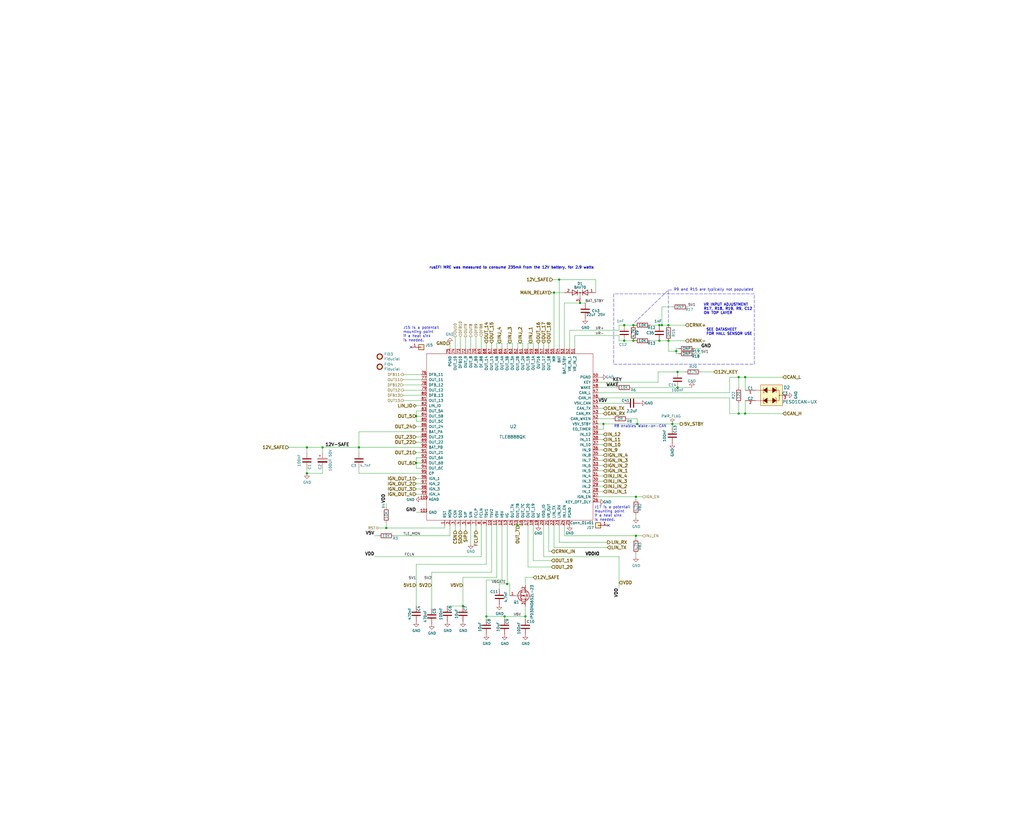
<source format=kicad_sch>
(kicad_sch (version 20250114) (generator "eeschema") (generator_version "9.0")
  (paper "User" 499.999 399.999)
  (title_block (title "microRusEFI-2L") (date "2022-04-23") (rev "R0.6.1") (company "rusEFI.com") (comment 1 "Donald Becker") (comment 2 "AI6OD"))
  (text "J15 is a potentail \nmounting point \nif a heat sink \nis needed. " (at 196.85 167.005 0) (effects (font (size 1.27 1.27)) (justify left bottom)))
  (text "rusEFI MRE was measured to consume 235mA from the 12V battery, for 2.9 watts" (at 209.55 131.445 0) (effects (font (size 1.27 1.27) (thickness 0.254) (bold yes)) (justify left bottom)))
  (text "J17 is a potentail \nmounting point \nif a heat sink \nis needed. " (at 290.195 254.635 0) (effects (font (size 1.27 1.27)) (justify left bottom)))
  (text "R8 enables Wake-on-CAN" (at 299.72 208.915 0) (effects (font (size 1.27 1.27)) (justify left bottom)))
  (text "R9 and R15 are typically not populated" (at 328.93 142.24 0) (effects (font (size 1.27 1.27)) (justify left bottom)))
  (text "VR INPUT ADJUSTMENT\nR17, R18, R19, R9, C12\nON TOP LAYER" (at 343.535 153.67 0) (effects (font (size 1.27 1.27) (thickness 0.254) (bold yes)) (justify left bottom)))
  (text "SEE DATASHEET \nFOR HALL SENSOR USE" (at 344.805 163.83 0) (effects (font (size 1.27 1.27) (thickness 0.254) (bold yes)) (justify left bottom)))
  (junction (at 326.39 158.75))
  (junction (at 321.945 166.37))
  (junction (at 363.855 184.15))
  (junction (at 326.39 166.37))
  (junction (at 256.54 300.99))
  (junction (at 309.245 158.75))
  (junction (at 203.2 203.2))
  (junction (at 360.68 184.15))
  (junction (at 157.48 218.44))
  (junction (at 294.64 207.01))
  (junction (at 247.65 285.115))
  (junction (at 330.2 171.45))
  (junction (at 188.595 257.81))
  (junction (at 283.21 147.955))
  (junction (at 304.8 166.37))
  (junction (at 226.06 295.91))
  (junction (at 330.835 181.61))
  (junction (at 246.38 300.99))
  (junction (at 203.2 226.06))
  (junction (at 149.86 218.44))
  (junction (at 311.15 207.01))
  (junction (at 360.68 201.93))
  (junction (at 304.8 158.75))
  (junction (at 273.05 136.525))
  (junction (at 175.26 218.44))
  (junction (at 310.515 261.62))
  (junction (at 310.515 242.57))
  (junction (at 237.49 300.99))
  (junction (at 330.835 189.23))
  (junction (at 270.51 142.875))
  (junction (at 321.945 158.75))
  (junction (at 309.245 166.37))
  (junction (at 149.86 231.14))
  (junction (at 323.215 158.75))
  (junction (at 252.73 256.54))
  (junction (at 328.295 207.01))
  (junction (at 363.855 201.93))
  (no_connect (at 200.66 169.545))
  (no_connect (at 297.18 256.54))
  (wire (pts (xy 205.74 185.42) (xy 196.85 185.42)))
  (wire (pts (xy 250.19 256.54) (xy 252.73 256.54)))
  (wire (pts (xy 232.41 256.54) (xy 232.41 259.08)))
  (wire (pts (xy 149.86 231.14) (xy 149.86 228.6)))
  (wire (pts (xy 224.79 256.54) (xy 224.79 259.08)))
  (wire (pts (xy 203.2 233.68) (xy 205.74 233.68)))
  (wire (pts (xy 270.51 170.18) (xy 270.51 142.875)))
  (wire (pts (xy 196.85 187.96) (xy 205.74 187.96)))
  (wire (pts (xy 267.97 167.64) (xy 267.97 170.18)))
  (wire (pts (xy 256.54 281.94) (xy 256.54 285.75)))
  (wire (pts (xy 205.74 198.12) (xy 203.2 198.12)))
  (wire (pts (xy 237.49 300.99) (xy 237.49 283.21)))
  (wire (pts (xy 203.2 236.22) (xy 205.74 236.22)))
  (wire (pts (xy 273.05 264.795) (xy 273.05 256.54)))
  (wire (pts (xy 237.49 283.21) (xy 245.11 283.21)))
  (wire (pts (xy 203.2 203.2) (xy 205.74 203.2)))
  (wire (pts (xy 217.17 256.54) (xy 217.17 257.81)))
  (wire (pts (xy 188.595 245.745) (xy 188.595 247.65)))
  (wire (pts (xy 363.855 201.93) (xy 363.855 195.58)))
  (wire (pts (xy 300.99 189.23) (xy 292.1 189.23)))
  (wire (pts (xy 203.2 275.59) (xy 203.2 295.91)))
  (wire (pts (xy 292.1 207.01) (xy 294.64 207.01)))
  (wire (pts (xy 360.68 201.93) (xy 363.855 201.93)))
  (wire (pts (xy 330.2 171.45) (xy 330.2 172.72)))
  (wire (pts (xy 270.51 142.875) (xy 269.24 142.875)))
  (wire (pts (xy 260.35 170.18) (xy 260.35 167.64)))
  (wire (pts (xy 205.74 250.19) (xy 203.2 250.19)))
  (wire (pts (xy 321.31 181.61) (xy 330.835 181.61)))
  (wire (pts (xy 205.74 228.6) (xy 203.2 228.6)))
  (wire (pts (xy 240.03 279.4) (xy 210.82 279.4)))
  (wire (pts (xy 203.2 223.52) (xy 205.74 223.52)))
  (wire (pts (xy 205.74 182.88) (xy 196.85 182.88)))
  (wire (pts (xy 245.11 170.18) (xy 245.11 167.64)))
  (wire (pts (xy 188.595 257.81) (xy 184.785 257.81)))
  (wire (pts (xy 311.15 204.47) (xy 311.15 207.01)))
  (wire (pts (xy 205.74 208.28) (xy 203.2 208.28)))
  (wire (pts (xy 205.74 193.04) (xy 196.85 193.04)))
  (wire (pts (xy 308.61 189.23) (xy 330.835 189.23)))
  (wire (pts (xy 292.1 194.31) (xy 356.235 194.31)))
  (wire (pts (xy 203.2 238.76) (xy 205.74 238.76)))
  (wire (pts (xy 240.03 256.54) (xy 240.03 279.4)))
  (wire (pts (xy 227.33 256.54) (xy 227.33 259.08)))
  (wire (pts (xy 256.54 300.99) (xy 256.54 302.26)))
  (wire (pts (xy 265.43 167.64) (xy 265.43 170.18)))
  (polyline (pts (xy 309.88 157.48) (xy 326.39 141.605)) (stroke (width 0) (type dash)))
  (wire (pts (xy 321.945 166.37) (xy 326.39 166.37)))
  (wire (pts (xy 245.11 167.64) (xy 242.57 167.64)))
  (wire (pts (xy 184.785 261.62) (xy 182.88 261.62)))
  (wire (pts (xy 257.81 256.54) (xy 257.81 276.86)))
  (wire (pts (xy 247.65 285.115) (xy 248.92 285.115)))
  (wire (pts (xy 175.26 231.14) (xy 175.26 228.6)))
  (wire (pts (xy 234.95 164.465) (xy 234.95 170.18)))
  (wire (pts (xy 309.245 158.75) (xy 309.88 158.75)))
  (wire (pts (xy 203.2 228.6) (xy 203.2 226.06)))
  (wire (pts (xy 237.49 167.64) (xy 237.49 170.18)))
  (wire (pts (xy 196.85 190.5) (xy 205.74 190.5)))
  (wire (pts (xy 237.49 256.54) (xy 237.49 275.59)))
  (wire (pts (xy 140.97 218.44) (xy 149.86 218.44)))
  (wire (pts (xy 240.03 167.64) (xy 240.03 170.18)))
  (wire (pts (xy 203.2 215.9) (xy 205.74 215.9)))
  (wire (pts (xy 292.1 242.57) (xy 310.515 242.57)))
  (wire (pts (xy 292.1 229.87) (xy 294.64 229.87)))
  (wire (pts (xy 330.2 170.18) (xy 331.47 170.18)))
  (wire (pts (xy 304.8 158.75) (xy 309.245 158.75)))
  (wire (pts (xy 247.65 256.54) (xy 247.65 285.115)))
  (wire (pts (xy 257.81 276.86) (xy 269.24 276.86)))
  (wire (pts (xy 302.26 163.83) (xy 302.26 166.37)))
  (wire (pts (xy 267.97 256.54) (xy 267.97 269.24)))
  (wire (pts (xy 317.5 158.75) (xy 321.945 158.75)))
  (wire (pts (xy 250.19 170.18) (xy 250.19 167.64)))
  (wire (pts (xy 292.1 219.71) (xy 294.64 219.71)))
  (wire (pts (xy 242.57 167.64) (xy 242.57 170.18)))
  (wire (pts (xy 292.1 214.63) (xy 294.64 214.63)))
  (wire (pts (xy 328.295 207.01) (xy 332.105 207.01)))
  (wire (pts (xy 257.81 167.64) (xy 257.81 170.18)))
  (wire (pts (xy 256.54 281.94) (xy 260.35 281.94)))
  (wire (pts (xy 260.35 256.54) (xy 260.35 273.685)))
  (wire (pts (xy 226.06 281.94) (xy 242.57 281.94)))
  (wire (pts (xy 342.265 170.18) (xy 339.09 170.18)))
  (wire (pts (xy 262.89 167.64) (xy 262.89 170.18)))
  (wire (pts (xy 205.74 226.06) (xy 203.2 226.06)))
  (wire (pts (xy 246.38 302.26) (xy 246.38 300.99)))
  (wire (pts (xy 242.57 256.54) (xy 242.57 281.94)))
  (wire (pts (xy 218.44 295.91) (xy 226.06 295.91)))
  (polyline (pts (xy 326.39 157.48) (xy 326.39 141.605)) (stroke (width 0) (type dash)))
  (wire (pts (xy 219.71 170.18) (xy 219.71 167.64)))
  (wire (pts (xy 326.39 166.37) (xy 326.39 171.45)))
  (wire (pts (xy 292.1 201.93) (xy 294.64 201.93)))
  (wire (pts (xy 323.215 149.86) (xy 323.215 158.75)))
  (wire (pts (xy 283.21 147.955) (xy 285.75 147.955)))
  (wire (pts (xy 292.1 237.49) (xy 294.64 237.49)))
  (wire (pts (xy 363.855 184.15) (xy 363.855 190.5)))
  (wire (pts (xy 278.13 161.29) (xy 302.26 161.29)))
  (wire (pts (xy 310.515 262.89) (xy 310.515 261.62)))
  (wire (pts (xy 278.13 161.29) (xy 278.13 170.18)))
  (wire (pts (xy 219.71 256.54) (xy 219.71 261.62)))
  (wire (pts (xy 317.5 166.37) (xy 321.945 166.37)))
  (wire (pts (xy 309.245 166.37) (xy 309.88 166.37)))
  (wire (pts (xy 290.83 136.525) (xy 273.05 136.525)))
  (wire (pts (xy 175.26 218.44) (xy 175.26 210.82)))
  (wire (pts (xy 237.49 300.99) (xy 237.49 302.26)))
  (wire (pts (xy 246.38 300.99) (xy 256.54 300.99)))
  (wire (pts (xy 229.87 164.465) (xy 229.87 170.18)))
  (wire (pts (xy 175.26 231.14) (xy 205.74 231.14)))
  (wire (pts (xy 205.74 205.74) (xy 203.2 205.74)))
  (wire (pts (xy 328.295 208.915) (xy 328.295 207.01)))
  (wire (pts (xy 234.95 256.54) (xy 234.95 271.78)))
  (wire (pts (xy 326.39 158.75) (xy 334.645 158.75)))
  (wire (pts (xy 356.235 194.31) (xy 356.235 201.93)))
  (wire (pts (xy 356.235 184.15) (xy 356.235 191.77)))
  (wire (pts (xy 360.68 196.85) (xy 360.68 201.93)))
  (wire (pts (xy 330.2 171.45) (xy 326.39 171.45)))
  (wire (pts (xy 310.515 242.57) (xy 313.69 242.57)))
  (wire (pts (xy 222.25 256.54) (xy 222.25 259.08)))
  (wire (pts (xy 292.1 199.39) (xy 294.64 199.39)))
  (wire (pts (xy 292.1 240.03) (xy 294.64 240.03)))
  (wire (pts (xy 323.215 149.86) (xy 328.295 149.86)))
  (wire (pts (xy 226.06 295.91) (xy 226.06 281.94)))
  (wire (pts (xy 292.1 186.69) (xy 321.31 186.69)))
  (wire (pts (xy 175.26 218.44) (xy 175.26 220.98)))
  (wire (pts (xy 245.11 256.54) (xy 245.11 283.21)))
  (polyline (pts (xy 368.3 143.51) (xy 299.72 143.51)) (stroke (width 0) (type dash)))
  (wire (pts (xy 149.86 218.44) (xy 157.48 218.44)))
  (wire (pts (xy 192.405 261.62) (xy 219.71 261.62)))
  (wire (pts (xy 203.2 205.74) (xy 203.2 203.2)))
  (wire (pts (xy 292.1 209.55) (xy 294.64 209.55)))
  (wire (pts (xy 203.2 241.3) (xy 205.74 241.3)))
  (wire (pts (xy 275.59 147.955) (xy 275.59 170.18)))
  (wire (pts (xy 360.68 189.23) (xy 360.68 184.15)))
  (wire (pts (xy 255.27 167.64) (xy 252.73 167.64)))
  (wire (pts (xy 321.945 158.75) (xy 323.215 158.75)))
  (wire (pts (xy 310.515 261.62) (xy 313.69 261.62)))
  (wire (pts (xy 292.1 222.25) (xy 294.64 222.25)))
  (wire (pts (xy 275.59 256.54) (xy 275.59 261.62)))
  (wire (pts (xy 292.1 184.15) (xy 293.37 184.15)))
  (wire (pts (xy 360.68 184.15) (xy 363.855 184.15)))
  (wire (pts (xy 252.73 256.54) (xy 255.27 256.54)))
  (wire (pts (xy 384.175 193.04) (xy 384.556 193.04)))
  (wire (pts (xy 232.41 164.465) (xy 232.41 170.18)))
  (wire (pts (xy 356.235 201.93) (xy 360.68 201.93)))
  (wire (pts (xy 292.1 217.17) (xy 294.64 217.17)))
  (wire (pts (xy 302.26 158.75) (xy 304.8 158.75)))
  (wire (pts (xy 321.31 186.69) (xy 321.31 181.61)))
  (wire (pts (xy 157.48 231.14) (xy 149.86 231.14)))
  (wire (pts (xy 292.1 234.95) (xy 294.64 234.95)))
  (wire (pts (xy 224.79 164.465) (xy 224.79 170.18)))
  (wire (pts (xy 311.15 207.01) (xy 328.295 207.01)))
  (wire (pts (xy 275.59 147.955) (xy 283.21 147.955)))
  (wire (pts (xy 205.74 218.44) (xy 175.26 218.44)))
  (wire (pts (xy 196.85 195.58) (xy 205.74 195.58)))
  (wire (pts (xy 248.92 285.115) (xy 248.92 290.83)))
  (wire (pts (xy 292.1 224.79) (xy 294.64 224.79)))
  (wire (pts (xy 302.26 166.37) (xy 304.8 166.37)))
  (wire (pts (xy 175.26 210.82) (xy 205.74 210.82)))
  (wire (pts (xy 330.835 189.23) (xy 337.82 189.23)))
  (wire (pts (xy 292.1 212.09) (xy 294.64 212.09)))
  (wire (pts (xy 292.1 204.47) (xy 299.085 204.47)))
  (wire (pts (xy 203.2 226.06) (xy 203.2 223.52)))
  (polyline (pts (xy 299.72 143.51) (xy 299.72 177.8)) (stroke (width 0) (type dash)))
  (wire (pts (xy 203.2 220.98) (xy 205.74 220.98)))
  (wire (pts (xy 292.1 196.85) (xy 304.8 196.85)))
  (wire (pts (xy 310.515 252.73) (xy 310.515 251.46)))
  (wire (pts (xy 330.835 181.61) (xy 334.645 181.61)))
  (wire (pts (xy 157.48 220.98) (xy 157.48 218.44)))
  (wire (pts (xy 265.43 256.54) (xy 265.43 271.78)))
  (wire (pts (xy 310.515 243.84) (xy 310.515 242.57)))
  (wire (pts (xy 280.67 163.83) (xy 280.67 170.18)))
  (wire (pts (xy 270.51 256.54) (xy 270.51 267.335)))
  (wire (pts (xy 273.05 136.525) (xy 273.05 170.18)))
  (wire (pts (xy 292.1 227.33) (xy 294.64 227.33)))
  (wire (pts (xy 270.51 142.875) (xy 275.59 142.875)))
  (wire (pts (xy 149.86 220.98) (xy 149.86 218.44)))
  (wire (pts (xy 217.17 257.81) (xy 188.595 257.81)))
  (wire (pts (xy 330.2 172.72) (xy 331.47 172.72)))
  (wire (pts (xy 323.215 158.75) (xy 326.39 158.75)))
  (wire (pts (xy 260.35 167.64) (xy 257.81 167.64)))
  (wire (pts (xy 326.39 166.37) (xy 334.645 166.37)))
  (wire (pts (xy 363.855 201.93) (xy 382.27 201.93)))
  (wire (pts (xy 250.19 167.64) (xy 247.65 167.64)))
  (polyline (pts (xy 299.72 177.8) (xy 368.3 177.8)) (stroke (width 0) (type dash)))
  (wire (pts (xy 292.1 232.41) (xy 294.64 232.41)))
  (wire (pts (xy 290.83 142.875) (xy 290.83 136.525)))
  (wire (pts (xy 294.64 209.55) (xy 294.64 207.01)))
  (wire (pts (xy 294.64 207.01) (xy 311.15 207.01)))
  (wire (pts (xy 203.2 200.66) (xy 203.2 203.2)))
  (wire (pts (xy 273.05 264.795) (xy 296.545 264.795)))
  (wire (pts (xy 157.48 228.6) (xy 157.48 231.14)))
  (wire (pts (xy 270.51 267.335) (xy 296.545 267.335)))
  (wire (pts (xy 265.43 271.78) (xy 302.26 271.78)))
  (wire (pts (xy 302.26 271.78) (xy 302.26 287.02)))
  (wire (pts (xy 205.74 200.66) (xy 203.2 200.66)))
  (wire (pts (xy 342.265 172.72) (xy 339.09 172.72)))
  (wire (pts (xy 363.855 184.15) (xy 382.27 184.15)))
  (polyline (pts (xy 326.39 141.605) (xy 328.295 141.605)) (stroke (width 0) (type dash)))
  (wire (pts (xy 302.26 161.29) (xy 302.26 158.75)))
  (wire (pts (xy 210.82 297.18) (xy 210.82 279.4)))
  (wire (pts (xy 306.705 204.47) (xy 311.15 204.47)))
  (wire (pts (xy 182.88 271.78) (xy 234.95 271.78)))
  (wire (pts (xy 227.33 164.465) (xy 227.33 170.18)))
  (wire (pts (xy 175.26 218.44) (xy 157.48 218.44)))
  (wire (pts (xy 342.265 181.61) (xy 348.615 181.61)))
  (wire (pts (xy 203.2 213.36) (xy 205.74 213.36)))
  (wire (pts (xy 203.2 275.59) (xy 237.49 275.59)))
  (wire (pts (xy 273.05 136.525) (xy 269.875 136.525)))
  (polyline (pts (xy 368.3 177.8) (xy 368.3 143.51)) (stroke (width 0) (type dash)))
  (wire (pts (xy 255.27 170.18) (xy 255.27 167.64)))
  (wire (pts (xy 310.515 271.78) (xy 310.515 270.51)))
  (wire (pts (xy 243.84 285.115) (xy 247.65 285.115)))
  (wire (pts (xy 229.87 256.54) (xy 229.87 265.43)))
  (wire (pts (xy 222.25 164.465) (xy 222.25 170.18)))
  (wire (pts (xy 247.65 167.64) (xy 247.65 170.18)))
  (wire (pts (xy 237.49 300.99) (xy 246.38 300.99)))
  (wire (pts (xy 267.97 269.24) (xy 269.24 269.24)))
  (wire (pts (xy 330.2 170.18) (xy 330.2 171.45)))
  (wire (pts (xy 304.8 166.37) (xy 309.245 166.37)))
  (wire (pts (xy 256.54 295.91) (xy 256.54 300.99)))
  (wire (pts (xy 275.59 261.62) (xy 310.515 261.62)))
  (wire (pts (xy 243.84 287.655) (xy 243.84 285.115)))
  (wire (pts (xy 252.73 167.64) (xy 252.73 170.18)))
  (wire (pts (xy 356.235 184.15) (xy 360.68 184.15)))
  (wire (pts (xy 292.1 191.77) (xy 356.235 191.77)))
  (wire (pts (xy 280.67 163.83) (xy 302.26 163.83)))
  (wire (pts (xy 260.35 273.685) (xy 269.24 273.685)))
  (wire (pts (xy 188.595 255.27) (xy 188.595 257.81)))
  (label "5V1" (at 335.915 149.86 0))
  (label "V6GATE" (at 247.015 285.115 180))
  (label "FCLN" (at 197.485 271.78 0))
  (label "V5V" (at 182.88 261.62 180) (effects (font (size 1.524 1.524) (thickness 0.3048) (bold yes))))
  (label "5V1" (at 203.2 283.21 180))
  (label "GND" (at 203.2 250.19 180) (effects (font (size 1.524 1.524) (thickness 0.3048) (bold yes))))
  (label "V5V" (at 292.1 196.85 0) (effects (font (size 1.524 1.524) (thickness 0.3048) (bold yes))))
  (label "VDD" (at 302.26 287.02 270) (effects (font (size 1.524 1.524) (thickness 0.3048) (bold yes))))
  (label "VDDIO" (at 285.75 271.78 0) (effects (font (size 1.524 1.524) (thickness 0.3048) (bold yes))))
  (label "TLE_MON" (at 196.85 261.62 0))
  (label "VDDIO" (at 285.75 271.78 0) (effects (font (size 1.524 1.524) (thickness 0.3048) (bold yes))))
  (label "VDD" (at 188.595 245.745 90) (effects (font (size 1.524 1.524) (thickness 0.3048) (bold yes))))
  (label "5V2" (at 210.82 283.21 180))
  (label "VR-" (at 290.83 163.83 0))
  (label "5V1" (at 342.265 172.72 0))
  (label "V6V" (at 250.825 300.99 0))
  (label "KEY" (at 299.085 186.69 0) (effects (font (size 1.524 1.524) (thickness 0.3048) (bold yes))))
  (label "WAKE" (at 295.91 189.23 0) (effects (font (size 1.524 1.524) (thickness 0.3048) (bold yes))))
  (label "12V-SAFE" (at 158.75 218.44 0) (effects (font (size 1.524 1.524) (thickness 0.3048) (bold yes))))
  (label "VDD" (at 182.88 271.78 180) (effects (font (size 1.524 1.524) (thickness 0.3048) (bold yes))))
  (label "GND" (at 342.265 170.18 0) (effects (font (size 1.524 1.524) (thickness 0.3048) (bold yes))))
  (label "VR+" (at 290.83 161.29 0))
  (label "BAT_STBY" (at 285.75 147.955 0))
  (hierarchical_label "5V2" (shape input) (at 210.82 285.75 180) (effects (font (size 1.524 1.524) (thickness 0.3048) (bold yes))))
  (hierarchical_label "DFB13" (shape input) (at 196.85 193.04 180))
  (hierarchical_label "IGN_IN_2" (shape input) (at 294.64 227.33 0) (effects (font (size 1.524 1.524) (thickness 0.3048) (bold yes))))
  (hierarchical_label "5V1" (shape input) (at 203.2 285.75 180) (effects (font (size 1.524 1.524) (thickness 0.3048) (bold yes))))
  (hierarchical_label "IGN_OUT_3" (shape input) (at 203.2 238.76 180) (effects (font (size 1.524 1.524) (thickness 0.3048) (bold yes))))
  (hierarchical_label "OUT8" (shape output) (at 229.87 164.465 90))
  (hierarchical_label "OUT_5" (shape input) (at 203.2 203.2 180) (effects (font (size 1.524 1.524) (thickness 0.3048) (bold yes))))
  (hierarchical_label "SIP" (shape input) (at 227.33 259.08 270) (effects (font (size 1.524 1.524) (thickness 0.3048) (bold yes))))
  (hierarchical_label "INJ_EN" (shape input) (at 313.69 261.62 0))
  (hierarchical_label "5V_STBY" (shape output) (at 332.105 207.01 0) (effects (font (size 1.524 1.524) (thickness 0.3048) (bold yes))))
  (hierarchical_label "GND" (shape input) (at 219.71 167.64 180) (effects (font (size 1.524 1.524) (thickness 0.3048) (bold yes))))
  (hierarchical_label "OUT_14" (shape input) (at 237.49 167.64 90) (effects (font (size 1.524 1.524) (thickness 0.3048) (bold yes))))
  (hierarchical_label "IGN_OUT_2" (shape input) (at 203.2 236.22 180) (effects (font (size 1.524 1.524) (thickness 0.3048) (bold yes))))
  (hierarchical_label "OUT9" (shape output) (at 227.33 164.465 90))
  (hierarchical_label "IGN_EN" (shape input) (at 313.69 242.57 0))
  (hierarchical_label "OUT_17" (shape input) (at 265.43 167.64 90) (effects (font (size 1.524 1.524) (thickness 0.3048) (bold yes))))
  (hierarchical_label "IGN_IN_1" (shape input) (at 294.64 229.87 0) (effects (font (size 1.524 1.524) (thickness 0.3048) (bold yes))))
  (hierarchical_label "IGN_IN_4" (shape input) (at 294.64 222.25 0) (effects (font (size 1.524 1.524) (thickness 0.3048) (bold yes))))
  (hierarchical_label "OUT_19" (shape input) (at 269.24 273.685 0) (effects (font (size 1.524 1.524) (thickness 0.3048) (bold yes))))
  (hierarchical_label "CRNK+" (shape input) (at 334.645 158.75 0) (effects (font (size 1.524 1.524) (thickness 0.3048) (bold yes))))
  (hierarchical_label "CAN_L" (shape input) (at 382.27 184.15 0) (effects (font (size 1.524 1.524) (thickness 0.3048) (bold yes))))
  (hierarchical_label "INJ_2" (shape input) (at 254 167.64 90) (effects (font (size 1.524 1.524) (thickness 0.3048) (bold yes))))
  (hierarchical_label "OUT_6" (shape input) (at 203.2 226.06 180) (effects (font (size 1.524 1.524) (thickness 0.3048) (bold yes))))
  (hierarchical_label "CAN_RX" (shape input) (at 294.64 201.93 0) (effects (font (size 1.524 1.524) (thickness 0.3048) (bold yes))))
  (hierarchical_label "OUT_23" (shape input) (at 203.2 213.36 180) (effects (font (size 1.524 1.524) (thickness 0.3048) (bold yes))))
  (hierarchical_label "INJ_1" (shape input) (at 259.08 167.64 90) (effects (font (size 1.524 1.524) (thickness 0.3048) (bold yes))))
  (hierarchical_label "OUT_20" (shape input) (at 269.24 276.86 0) (effects (font (size 1.524 1.524) (thickness 0.3048) (bold yes))))
  (hierarchical_label "INJ_IN_1" (shape input) (at 294.64 240.03 0) (effects (font (size 1.524 1.524) (thickness 0.3048) (bold yes))))
  (hierarchical_label "IN_11" (shape input) (at 294.64 214.63 0) (effects (font (size 1.524 1.524) (thickness 0.3048) (bold yes))))
  (hierarchical_label "CRNK-" (shape input) (at 334.645 166.37 0) (effects (font (size 1.524 1.524) (thickness 0.3048) (bold yes))))
  (hierarchical_label "OUT_15" (shape input) (at 240.03 167.64 90) (effects (font (size 1.524 1.524) (thickness 0.3048) (bold yes))))
  (hierarchical_label "DFB11" (shape output) (at 196.85 182.88 180))
  (hierarchical_label "OU10" (shape output) (at 222.25 164.465 90))
  (hierarchical_label "LIN_IO" (shape bidirectional) (at 203.2 198.12 180) (effects (font (size 1.524 1.524) (thickness 0.3048) (bold yes))))
  (hierarchical_label "12V_SAFE" (shape input) (at 269.875 136.525 180) (effects (font (size 1.524 1.524) (thickness 0.3048) (bold yes))))
  (hierarchical_label "LIN_RX" (shape output) (at 296.545 264.795 0) (effects (font (size 1.524 1.524) (thickness 0.3048) (bold yes))))
  (hierarchical_label "INJ_4" (shape input) (at 243.84 167.64 90) (effects (font (size 1.524 1.524) (thickness 0.3048) (bold yes))))
  (hierarchical_label "IGN_IN_3" (shape input) (at 294.64 224.79 0) (effects (font (size 1.524 1.524) (thickness 0.3048) (bold yes))))
  (hierarchical_label "DFB12" (shape input) (at 196.85 187.96 180))
  (hierarchical_label "OUT_16" (shape input) (at 262.89 167.64 90) (effects (font (size 1.524 1.524) (thickness 0.3048) (bold yes))))
  (hierarchical_label "DFB8" (shape input) (at 234.95 164.465 90))
  (hierarchical_label "FCLP" (shape input) (at 232.41 259.08 270) (effects (font (size 1.524 1.524) (thickness 0.3048) (bold yes))))
  (hierarchical_label "IN_12" (shape input) (at 294.64 212.09 0) (effects (font (size 1.524 1.524) (thickness 0.3048) (bold yes))))
  (hierarchical_label "VDD" (shape input) (at 302.26 284.48 0) (effects (font (size 1.524 1.524) (thickness 0.3048) (bold yes))))
  (hierarchical_label "INJ_IN_3" (shape input) (at 294.64 234.95 0) (effects (font (size 1.524 1.524) (thickness 0.3048) (bold yes))))
  (hierarchical_label "OUT11" (shape input) (at 196.85 185.42 180))
  (hierarchical_label "OUT_24" (shape input) (at 203.2 208.28 180) (effects (font (size 1.524 1.524) (thickness 0.3048) (bold yes))))
  (hierarchical_label "INJ_3" (shape input) (at 248.92 167.64 90) (effects (font (size 1.524 1.524) (thickness 0.3048) (bold yes))))
  (hierarchical_label "MAIN_RELAY" (shape input) (at 269.24 142.875 180) (effects (font (size 1.524 1.524) (thickness 0.3048) (bold yes))))
  (hierarchical_label "IGN_OUT_4" (shape input) (at 203.2 241.3 180) (effects (font (size 1.524 1.524) (thickness 0.3048) (bold yes))))
  (hierarchical_label "OUT_18" (shape input) (at 267.97 167.64 90) (effects (font (size 1.524 1.524) (thickness 0.3048) (bold yes))))
  (hierarchical_label "OUT_7" (shape input) (at 252.73 256.54 270) (effects (font (size 1.524 1.524) (thickness 0.3048) (bold yes))))
  (hierarchical_label "CAN_H" (shape input) (at 382.27 201.93 0) (effects (font (size 1.524 1.524) (thickness 0.3048) (bold yes))))
  (hierarchical_label "SDO" (shape input) (at 224.79 259.08 270) (effects (font (size 1.524 1.524) (thickness 0.3048) (bold yes))))
  (hierarchical_label "OUT_21" (shape input) (at 203.2 220.98 180) (effects (font (size 1.524 1.524) (thickness 0.3048) (bold yes))))
  (hierarchical_label "INJ_IN_4" (shape input) (at 294.64 232.41 0) (effects (font (size 1.524 1.524) (thickness 0.3048) (bold yes))))
  (hierarchical_label "LIN_TX" (shape input) (at 296.545 267.335 0) (effects (font (size 1.524 1.524) (thickness 0.3048) (bold yes))))
  (hierarchical_label "RST" (shape bidirectional) (at 184.785 257.81 180))
  (hierarchical_label "IN_10" (shape input) (at 294.64 217.17 0) (effects (font (size 1.524 1.524) (thickness 0.3048) (bold yes))))
  (hierarchical_label "OUT_22" (shape input) (at 203.2 215.9 180) (effects (font (size 1.524 1.524) (thickness 0.3048) (bold yes))))
  (hierarchical_label "CSN" (shape input) (at 222.25 259.08 270) (effects (font (size 1.524 1.524) (thickness 0.3048) (bold yes))))
  (hierarchical_label "OUT13" (shape output) (at 196.85 195.58 180))
  (hierarchical_label "12V_SAFE" (shape input) (at 140.97 218.44 180) (effects (font (size 1.524 1.524) (thickness 0.3048) (bold yes))))
  (hierarchical_label "CAN_TX" (shape input) (at 294.64 199.39 0) (effects (font (size 1.524 1.524) (thickness 0.3048) (bold yes))))
  (hierarchical_label "DFB10" (shape input) (at 224.79 164.465 90))
  (hierarchical_label "CRNK_IN" (shape input) (at 269.24 269.24 0) (effects (font (size 1.524 1.524) (thickness 0.3048) (bold yes))))
  (hierarchical_label "12V_SAFE" (shape input) (at 260.35 281.94 0) (effects (font (size 1.524 1.524) (thickness 0.3048) (bold yes))))
  (hierarchical_label "IGN_OUT_1" (shape input) (at 203.2 233.68 180) (effects (font (size 1.524 1.524) (thickness 0.3048) (bold yes))))
  (hierarchical_label "V5V" (shape input) (at 226.06 285.75 180) (effects (font (size 1.524 1.524) (thickness 0.3048) (bold yes))))
  (hierarchical_label "INJ_IN_2" (shape input) (at 294.64 237.49 0) (effects (font (size 1.524 1.524) (thickness 0.3048) (bold yes))))
  (hierarchical_label "DFB9" (shape input) (at 232.41 164.465 90))
  (hierarchical_label "12V_KEY" (shape input) (at 348.615 181.61 0) (effects (font (size 1.524 1.524) (thickness 0.3048) (bold yes))))
  (hierarchical_label "IN_9" (shape input) (at 294.64 219.71 0) (effects (font (size 1.524 1.524) (thickness 0.3048) (bold yes))))
  (hierarchical_label "OUT12" (shape output) (at 196.85 190.5 180))
  (symbol (lib_id "rusefi_tle8888:TLE8888QK") (at 257.81 176.53 0) (unit 1)
    (property "Reference" "U2" (at 248.92 208.28 0) (effects (font (size 1.524 1.524)) (justify left)))
    (property "Value" "TLE8888QK" (at 243.84 213.36 0) (effects (font (size 1.524 1.524)) (justify left)))
    (property "Footprint" "Package_QFP:LQFP-100_14x14mm_P0.5mm_THERMAL" (effects (hide yes)))
    (property "VEND" "DIGI" (effects (hide yes)))
    (property "Part #" "TLE88882QKXUMA1" (effects (hide yes)))
    (property "VEND#" "TLE88882QKXUMA1-ND" (effects (hide yes)))
    (property "Manufacturer" "Infineon " (effects (hide yes)))
  )
  (symbol (lib_id "Device:C") (at 175.26 224.79 0) (unit 1)
    (property "Reference" "C3" (at 172.72 227.33 0))
    (property "Value" "4.7nF" (at 178.435 227.33 0))
    (property "Footprint" "Capacitor_SMD:C_0603_1608Metric" (effects (hide yes)))
    (property "VEND" "DIGI" (effects (hide yes)))
    (property "Part #" "CGA3E2X7R1H472K080AA" (effects (hide yes)))
    (property "VEND#" "445-5661-1-ND" (effects (hide yes)))
    (property "Manufacturer" "TDK" (effects (hide yes)))
    (property "LCSC" "C53987" (effects (hide yes)))
  )
  (symbol (lib_id "Transistor_FET:BUZ11") (at 254 290.83 0) (unit 1)
    (property "Reference" "Q1" (at 252.095 294.005 0))
    (property "Value" "IPD30N06S2L-23" (at 259.715 294.005 90))
    (property "Footprint" "Package_TO_SOT_SMD:TO-252-2" (effects (hide yes)))
    (property "Datasheet" "http://www.fairchildsemi.com/ds/BU/BUZ11.pdf" (effects (hide yes)))
    (property "VEND" "DIGI" (effects (hide yes)))
    (property "Manufacturer" "INFINEON" (effects (hide yes)))
    (property "Part #" "IPD30N06S2L23AT3" (effects (hide yes)))
    (property "VEND#" "IPD30N06S2L23ATMA3CT-ND" (effects (hide yes)))
    (property "LCSC" "C3010" (effects (hide yes)))
  )
  (symbol (lib_id "Device:C") (at 256.54 306.07 0) (unit 1)
    (property "Reference" "C10" (at 259.08 303.53 0))
    (property "Value" "100nF" (at 253.365 306.705 90))
    (property "Footprint" "Capacitor_SMD:C_0603_1608Metric" (effects (hide yes)))
    (property "Part #" "C0603C104J5RACTU" (effects (hide yes)))
    (property "VEND" "DIGI" (effects (hide yes)))
    (property "VEND#" "399-7844-1-ND" (effects (hide yes)))
    (property "Manufacturer" "KEMET" (effects (hide yes)))
    (property "LCSC" "C14663" (effects (hide yes)))
  )
  (symbol (lib_id "power:GND") (at 243.84 295.275 0) (unit 1)
    (property "Reference" "#PWR015" (effects (hide yes)))
    (property "Value" "GND" (at 243.967 299.6692 0))
  )
  (symbol (lib_id "Device:CP") (at 157.48 224.79 0) (unit 1)
    (property "Reference" "C2" (at 156.21 227.965 90))
    (property "Value" "100UF 50V" (at 161.29 224.79 90))
    (property "Footprint" "Capacitor_SMD:CP_Elec_8x10.5" (effects (hide yes)))
    (property "Manufacturer" "NICHICON" (effects (hide yes)))
    (property "Part #" "UCD1H101MNL1GS" (effects (hide yes)))
    (property "VEND" "DIGI" (effects (hide yes)))
    (property "VEND#" "493-6388-1-ND" (effects (hide yes)))
    (property "LCSC" "C134515" (effects (hide yes)))
  )
  (symbol (lib_id "Device:C") (at 149.86 224.79 0) (unit 1)
    (property "Reference" "C1" (at 151.13 227.965 90))
    (property "Value" "100nF" (at 146.05 224.79 90))
    (property "Footprint" "Capacitor_SMD:C_0603_1608Metric" (effects (hide yes)))
    (property "Part #" "C0603C104J5RACTU" (effects (hide yes)))
    (property "VEND" "DIGI" (effects (hide yes)))
    (property "VEND#" "399-7844-1-ND" (effects (hide yes)))
    (property "Manufacturer" "KEMET" (effects (hide yes)))
    (property "LCSC" "C14663" (effects (hide yes)))
  )
  (symbol (lib_id "power:GND") (at 149.86 231.14 0) (unit 1)
    (property "Reference" "#PWR01" (effects (hide yes)))
    (property "Value" "GND" (at 149.987 235.5342 0))
  )
  (symbol (lib_id "Device:C") (at 243.84 291.465 0) (unit 1)
    (property "Reference" "C11" (at 241.3 288.925 0))
    (property "Value" "4.7nF" (at 247.015 291.465 90))
    (property "Footprint" "Capacitor_SMD:C_0603_1608Metric" (effects (hide yes)))
    (property "VEND" "DIGI" (effects (hide yes)))
    (property "Part #" "CGA3E2X7R1H472K080AA" (effects (hide yes)))
    (property "VEND#" "445-5661-1-ND" (effects (hide yes)))
    (property "Manufacturer" "TDK" (effects (hide yes)))
    (property "LCSC" "C53987" (effects (hide yes)))
  )
  (symbol (lib_id "Device:C") (at 203.2 299.72 0) (unit 1)
    (property "Reference" "C4" (at 204.47 298.45 90) (effects (justify left)))
    (property "Value" "470nF" (at 200.025 299.72 90))
    (property "Footprint" "Capacitor_SMD:C_0603_1608Metric" (effects (hide yes)))
    (property "Part #" "CGA3E3X7R1H474K080AE" (effects (hide yes)))
    (property "VEND" "DIGI" (effects (hide yes)))
    (property "VEND#" "445-172475-1-ND" (effects (hide yes)))
    (property "Manufacturer" "TDK" (effects (hide yes)))
    (property "LCSC" "C1623" (effects (hide yes)))
  )
  (symbol (lib_id "Device:C") (at 218.44 299.72 0) (unit 1)
    (property "Reference" "C6" (at 219.71 298.45 90) (effects (justify left)))
    (property "Value" "100nF" (at 215.265 299.72 90))
    (property "Footprint" "Capacitor_SMD:C_0603_1608Metric" (effects (hide yes)))
    (property "Part #" "C0603C104J5RACTU" (effects (hide yes)))
    (property "VEND" "DIGI" (effects (hide yes)))
    (property "VEND#" "399-7844-1-ND" (effects (hide yes)))
    (property "Manufacturer" "KEMET" (effects (hide yes)))
    (property "LCSC" "C14663" (effects (hide yes)))
  )
  (symbol (lib_id "Device:C") (at 210.82 300.99 0) (unit 1)
    (property "Reference" "C5" (at 212.09 299.72 90) (effects (justify left)))
    (property "Value" "470nF" (at 207.645 300.99 90))
    (property "Footprint" "Capacitor_SMD:C_0603_1608Metric" (effects (hide yes)))
    (property "Part #" "CGA3E3X7R1H474K080AE" (effects (hide yes)))
    (property "VEND" "DIGI" (effects (hide yes)))
    (property "VEND#" "445-172475-1-ND" (effects (hide yes)))
    (property "Manufacturer" "TDK" (effects (hide yes)))
    (property "LCSC" "C1623" (effects (hide yes)))
  )
  (symbol (lib_id "Device:C") (at 226.06 299.72 0) (unit 1)
    (property "Reference" "C7" (at 227.33 298.45 90) (effects (justify left)))
    (property "Value" "10uF" (at 222.885 299.72 90))
    (property "Footprint" "Capacitor_SMD:C_0603_1608Metric" (effects (hide yes)))
    (property "Part #" "C1608X5R1E106M080AC" (effects (hide yes)))
    (property "VEND" "DIGI" (effects (hide yes)))
    (property "VEND#" "445-9015-1-ND" (effects (hide yes)))
    (property "Manufacturer" "TDK" (effects (hide yes)))
    (property "LCSC" "C19702" (effects (hide yes)))
  )
  (symbol (lib_id "power:GND") (at 278.13 256.54 0) (unit 1)
    (property "Reference" "#PWR014" (effects (hide yes)))
    (property "Value" "GND" (at 278.13 260.35 0))
  )
  (symbol (lib_id "Device:C") (at 328.295 212.725 0) (unit 1)
    (property "Reference" "C13" (at 329.565 209.55 90))
    (property "Value" "100nF" (at 324.485 212.725 90))
    (property "Footprint" "Capacitor_SMD:C_0603_1608Metric" (effects (hide yes)))
    (property "Part #" "C0603C104J5RACTU" (effects (hide yes)))
    (property "VEND" "DIGI" (effects (hide yes)))
    (property "VEND#" "399-7844-1-ND" (effects (hide yes)))
    (property "Manufacturer" "KEMET" (effects (hide yes)))
    (property "LCSC" "C14663" (effects (hide yes)))
  )
  (symbol (lib_id "power:GND") (at 262.89 256.54 0) (unit 1)
    (property "Reference" "#PWR012" (effects (hide yes)))
    (property "Value" "GND" (at 262.89 260.35 0))
  )
  (symbol (lib_id "power:GND") (at 229.87 265.43 0) (unit 1)
    (property "Reference" "#PWR08" (effects (hide yes)))
    (property "Value" "GND" (at 229.87 269.24 0))
  )
  (symbol (lib_id "power:GND") (at 256.54 309.88 0) (unit 1)
    (property "Reference" "#PWR011" (effects (hide yes)))
    (property "Value" "GND" (at 256.667 314.2742 0))
  )
  (symbol (lib_id "power:GND") (at 246.38 309.88 0) (unit 1)
    (property "Reference" "#PWR010" (effects (hide yes)))
    (property "Value" "GND" (at 246.507 314.2742 0))
  )
  (symbol (lib_id "power:GND") (at 237.49 309.88 0) (unit 1)
    (property "Reference" "#PWR09" (effects (hide yes)))
    (property "Value" "GND" (at 237.617 314.2742 0))
  )
  (symbol (lib_id "power:GND") (at 226.06 303.53 0) (unit 1)
    (property "Reference" "#PWR07" (effects (hide yes)))
    (property "Value" "GND" (at 226.187 307.9242 0))
  )
  (symbol (lib_id "power:GND") (at 218.44 303.53 0) (unit 1)
    (property "Reference" "#PWR05" (effects (hide yes)))
    (property "Value" "GND" (at 218.567 307.9242 0))
  )
  (symbol (lib_id "power:GND") (at 210.82 304.8 0) (unit 1)
    (property "Reference" "#PWR04" (effects (hide yes)))
    (property "Value" "GND" (at 210.947 309.1942 0))
  )
  (symbol (lib_id "power:GND") (at 203.2 303.53 0) (unit 1)
    (property "Reference" "#PWR02" (effects (hide yes)))
    (property "Value" "GND" (at 203.327 307.9242 0))
  )
  (symbol (lib_id "power:GND") (at 328.295 216.535 0) (unit 1)
    (property "Reference" "#PWR020" (effects (hide yes)))
    (property "Value" "GND" (at 328.295 220.98 90))
  )
  (symbol (lib_id "power:GND") (at 337.82 189.23 180) (unit 1)
    (property "Reference" "#PWR021" (effects (hide yes)))
    (property "Value" "GND" (at 337.82 186.055 0))
  )
  (symbol (lib_id "Device:C") (at 304.8 162.56 0) (unit 1)
    (property "Reference" "C12" (at 304.165 168.275 0))
    (property "Value" "1nF" (at 302.895 156.845 0))
    (property "Footprint" "Capacitor_SMD:C_0603_1608Metric" (effects (hide yes)))
    (property "Part #" "GRM1885C1H102FA01D" (effects (hide yes)))
    (property "VEND" "DIGI" (effects (hide yes)))
    (property "VEND#" "490-6377-1-ND" (effects (hide yes)))
    (property "Manufacturer" "MURATA" (effects (hide yes)))
    (property "LCSC" "C1588" (effects (hide yes)))
  )
  (symbol (lib_id "Device:R") (at 309.245 162.56 0) (unit 1)
    (property "Reference" "R9" (at 311.15 162.56 90))
    (property "Value" "4.7K" (at 309.245 162.56 90))
    (property "Footprint" "Resistor_SMD:R_0603_1608Metric" (effects (hide yes)))
    (property "LCSC" "DNP" (effects (hide yes)))
    (property "Manufacturer" "StackPole" (effects (hide yes)))
    (property "Part #" "RMCF0603JT4K70" (effects (hide yes)))
    (property "VEND" "DIGI" (effects (hide yes)))
    (property "VEND#" "RMCF0603JT4K70CT-ND" (effects (hide yes)))
  )
  (symbol (lib_id "Device:R") (at 313.69 158.75 270) (unit 1)
    (property "Reference" "R12" (at 318.135 160.02 90))
    (property "Value" "10K" (at 313.69 158.75 90))
    (property "Footprint" "Resistor_SMD:R_0603_1608Metric" (effects (hide yes)))
    (property "Datasheet" "TBD" (effects (hide yes)))
    (property "Part #" "RMCF0603JT10K0" (effects (hide yes)))
    (property "VEND" "DIGI" (effects (hide yes)))
    (property "VEND#" "RMCF0603JT10K0CT-ND" (effects (hide yes)))
    (property "Manufacturer" "StackPole" (effects (hide yes)))
    (property "LCSC" "C25804" (effects (hide yes)))
  )
  (symbol (lib_id "Device:R") (at 313.69 166.37 270) (unit 1)
    (property "Reference" "R13" (at 318.135 167.64 90))
    (property "Value" "10K" (at 313.69 166.37 90))
    (property "Footprint" "Resistor_SMD:R_0603_1608Metric" (effects (hide yes)))
    (property "Datasheet" "TBD" (effects (hide yes)))
    (property "Part #" "RMCF0603JT10K0" (effects (hide yes)))
    (property "VEND" "DIGI" (effects (hide yes)))
    (property "VEND#" "RMCF0603JT10K0CT-ND" (effects (hide yes)))
    (property "Manufacturer" "StackPole" (effects (hide yes)))
    (property "LCSC" "C25804" (effects (hide yes)))
  )
  (symbol (lib_id "Device:R") (at 332.105 149.86 270) (unit 1)
    (property "Reference" "R17" (at 336.55 151.13 90))
    (property "Value" "DNP" (at 332.105 149.86 90))
    (property "Footprint" "Resistor_SMD:R_0603_1608Metric" (effects (hide yes)))
    (property "Part #" "DNP" (effects (hide yes)))
    (property "VEND" "DIGI" (effects (hide yes)))
    (property "VEND#" "DNP" (effects (hide yes)))
    (property "Manufacturer" "DNP" (effects (hide yes)))
  )
  (symbol (lib_id "Device:R") (at 335.28 172.72 270) (unit 1)
    (property "Reference" "R18" (at 339.725 173.99 90))
    (property "Value" "DNP" (at 335.28 172.72 90))
    (property "Footprint" "Resistor_SMD:R_0603_1608Metric" (effects (hide yes)))
    (property "Part #" "DNP" (effects (hide yes)))
    (property "VEND" "DIGI" (effects (hide yes)))
    (property "VEND#" "DNP" (effects (hide yes)))
    (property "Manufacturer" "DNP" (effects (hide yes)))
  )
  (symbol (lib_id "rusefi_pesd1can:PESD1CAN-UX") (at 376.555 193.04 0) (unit 1)
    (property "Reference" "D2" (at 384.175 189.23 0) (effects (font (size 1.524 1.524))))
    (property "Value" "PESD1CAN-UX" (at 390.525 196.215 0) (effects (font (size 1.524 1.524))))
    (property "Footprint" "Package_TO_SOT_SMD:SOT-23" (effects (hide yes)))
    (property "Datasheet" "https://assets.nexperia.com/documents/data-sheet/PESD1CAN-U.pdf" (effects (hide yes)))
    (property "Manufacturer" "Nexperia " (effects (hide yes)))
    (property "VEND" "DIGI" (effects (hide yes)))
    (property "Part #" "PESD1CANUX" (effects (hide yes)))
    (property "VEND#" "1727-1306-1-ND" (effects (hide yes)))
    (property "LCSC" "C152727" (effects (hide yes)))
  )
  (symbol (lib_id "power:GND") (at 384.175 193.04 90) (unit 1)
    (property "Reference" "#PWR022" (effects (hide yes)))
    (property "Value" "GND" (at 388.5692 192.913 0))
  )
  (symbol (lib_id "power:GND") (at 219.71 167.64 180) (unit 1)
    (property "Reference" "#PWR06" (effects (hide yes)))
    (property "Value" "GND" (at 219.583 163.2458 0))
  )
  (symbol (lib_id "power:GND") (at 293.37 184.15 90) (unit 1)
    (property "Reference" "#PWR016" (effects (hide yes)))
    (property "Value" "GND" (at 297.815 184.15 90))
  )
  (symbol (lib_id "power:GND") (at 205.74 243.84 270) (unit 1)
    (property "Reference" "#PWR03" (effects (hide yes)))
    (property "Value" "GND" (at 202.4888 243.967 90) (effects (justify right)))
  )
  (symbol (lib_id "Device:R") (at 335.28 170.18 270) (unit 1)
    (property "Reference" "R19" (at 339.725 171.45 90))
    (property "Value" "DNP" (at 335.28 170.18 90))
    (property "Footprint" "Resistor_SMD:R_0603_1608Metric" (effects (hide yes)))
    (property "Part #" "DNP" (effects (hide yes)))
    (property "VEND" "DIGI" (effects (hide yes)))
    (property "VEND#" "DNP" (effects (hide yes)))
    (property "Manufacturer" "DNP" (effects (hide yes)))
  )
  (symbol (lib_id "Device:R") (at 188.595 251.46 0) (unit 1)
    (property "Reference" "R4" (at 187.325 247.015 90))
    (property "Value" "10K" (at 188.595 251.46 90))
    (property "Footprint" "Resistor_SMD:R_0603_1608Metric" (effects (hide yes)))
    (property "LCSC" "C25804" (effects (hide yes)))
    (property "Manufacturer" "StackPole" (effects (hide yes)))
    (property "Part #" "RMCF0603JT10K0" (effects (hide yes)))
    (property "VEND" "DIGI" (effects (hide yes)))
    (property "VEND#" "RMCF0603JT10K0CT-ND" (effects (hide yes)))
  )
  (symbol (lib_id "Device:R") (at 188.595 261.62 270) (unit 1)
    (property "Reference" "R3" (at 193.04 262.89 90))
    (property "Value" "10K" (at 188.595 261.62 90))
    (property "Footprint" "Resistor_SMD:R_0805_2012Metric" (effects (hide yes)))
    (property "LCSC" "C17414" (effects (hide yes)))
  )
  (symbol (lib_id "Device:R") (at 360.68 193.04 0) (mirror x) (unit 1)
    (property "Reference" "R22" (at 358.14 193.04 90))
    (property "Value" "120" (at 360.68 193.04 90))
    (property "Footprint" "Resistor_SMD:R_0805_2012Metric" (effects (hide yes)))
    (property "LCSC" "C17437" (effects (hide yes)))
  )
  (symbol (lib_id "power:GND") (at 292.1 245.11 90) (unit 1)
    (property "Reference" "#PWR019" (effects (hide yes)))
    (property "Value" "GND" (at 296.545 245.11 90))
  )
  (symbol (lib_id "Device:R") (at 304.8 189.23 270) (unit 1)
    (property "Reference" "R6" (at 309.245 190.5 90))
    (property "Value" "10K" (at 304.8 189.23 90))
    (property "Footprint" "Resistor_SMD:R_0603_1608Metric" (effects (hide yes)))
    (property "LCSC" "C25804" (effects (hide yes)))
    (property "Manufacturer" "StackPole" (effects (hide yes)))
    (property "Part #" "RMCF0603JT10K0" (effects (hide yes)))
    (property "VEND" "DIGI" (effects (hide yes)))
    (property "VEND#" "RMCF0603JT10K0CT-ND" (effects (hide yes)))
  )
  (symbol (lib_id "Device:C") (at 246.38 306.07 0) (unit 1)
    (property "Reference" "C9" (at 247.65 304.8 90) (effects (justify left)))
    (property "Value" "10uF" (at 243.205 306.07 90))
    (property "Footprint" "Capacitor_SMD:C_0603_1608Metric" (effects (hide yes)))
    (property "Part #" "C1608X5R1E106M080AC" (effects (hide yes)))
    (property "VEND" "DIGI" (effects (hide yes)))
    (property "VEND#" "445-9015-1-ND" (effects (hide yes)))
    (property "Manufacturer" "TDK" (effects (hide yes)))
    (property "LCSC" "C19702" (effects (hide yes)))
  )
  (symbol (lib_id "Mechanical:Fiducial") (at 185.42 174.117 0) (unit 1)
    (property "Reference" "FID3" (at 187.579 172.9486 0) (effects (justify left)))
    (property "Value" "Fiducial" (at 187.579 175.26 0) (effects (justify left)))
    (property "Footprint" "Fiducial:Fiducial_0.5mm_Mask1mm" (effects (hide yes)))
    (property "Datasheet" "DNP" (effects (hide yes)))
    (property "Part #" "DNP" (effects (hide yes)))
    (property "VEND" "DNP" (effects (hide yes)))
    (property "VEND#" "DNP" (effects (hide yes)))
    (property "Manufacturer" "DNP" (effects (hide yes)))
  )
  (symbol (lib_id "Mechanical:Fiducial") (at 185.42 179.07 0) (unit 1)
    (property "Reference" "FID4" (at 187.579 177.9016 0) (effects (justify left)))
    (property "Value" "Fiducial" (at 187.579 180.213 0) (effects (justify left)))
    (property "Footprint" "Fiducial:Fiducial_0.5mm_Mask1mm" (effects (hide yes)))
    (property "Datasheet" "DNP" (effects (hide yes)))
    (property "Part #" "DNP" (effects (hide yes)))
    (property "VEND" "DNP" (effects (hide yes)))
    (property "VEND#" "DNP" (effects (hide yes)))
    (property "Manufacturer" "DNP" (effects (hide yes)))
  )
  (symbol (lib_id "Device:C") (at 237.49 306.07 0) (unit 1)
    (property "Reference" "C8" (at 238.76 304.8 90) (effects (justify left)))
    (property "Value" "10uF" (at 234.315 306.07 90))
    (property "Footprint" "Capacitor_SMD:C_0603_1608Metric" (effects (hide yes)))
    (property "Part #" "C1608X5R1E106M080AC" (effects (hide yes)))
    (property "VEND" "DIGI" (effects (hide yes)))
    (property "VEND#" "445-9015-1-ND" (effects (hide yes)))
    (property "Manufacturer" "TDK" (effects (hide yes)))
    (property "LCSC" "C19702" (effects (hide yes)))
  )
  (symbol (lib_id "Device:R") (at 338.455 181.61 90) (mirror x) (unit 1)
    (property "Reference" "R20" (at 338.455 179.07 90))
    (property "Value" "2.7k" (at 338.455 181.61 90))
    (property "Footprint" "Resistor_SMD:R_0603_1608Metric" (effects (hide yes)))
    (property "Part #" "RMCF0603FT2K70" (effects (hide yes)))
    (property "VEND" "DIGI" (effects (hide yes)))
    (property "VEND#" "RMCF0603FT2K70CT-ND" (effects (hide yes)))
    (property "Manufacturer" "StackPole" (effects (hide yes)))
    (property "LCSC" "C13167" (effects (hide yes)))
  )
  (symbol (lib_id "Device:C") (at 330.835 185.42 0) (mirror y) (unit 1)
    (property "Reference" "C14" (at 328.295 187.96 0))
    (property "Value" "100nF" (at 330.835 190.5 0))
    (property "Footprint" "Capacitor_SMD:C_0603_1608Metric" (effects (hide yes)))
    (property "Part #" "C0603C104J5RACTU" (effects (hide yes)))
    (property "VEND" "DIGI" (effects (hide yes)))
    (property "VEND#" "399-7844-1-ND" (effects (hide yes)))
    (property "Manufacturer" "KEMET" (effects (hide yes)))
    (property "LCSC" "C14663" (effects (hide yes)))
  )
  (symbol (lib_id "Device:C") (at 321.945 162.56 0) (unit 1)
    (property "Reference" "C35" (at 317.5 162.56 0))
    (property "Value" "1nF" (at 321.31 156.845 0))
    (property "Footprint" "Capacitor_SMD:C_0603_1608Metric" (effects (hide yes)))
    (property "Part #" "GRM1885C1H102FA01D" (effects (hide yes)))
    (property "VEND" "DIGI" (effects (hide yes)))
    (property "VEND#" "490-6377-1-ND" (effects (hide yes)))
    (property "Manufacturer" "MURATA" (effects (hide yes)))
    (property "LCSC" "C1588" (effects (hide yes)))
  )
  (symbol (lib_id "Diode:BAV70") (at 283.21 142.875 0) (mirror y) (unit 1)
    (property "Reference" "D1" (at 283.21 138.43 0))
    (property "Value" "BAV70" (at 283.21 140.335 0))
    (property "Footprint" "Package_TO_SOT_SMD:SOT-23" (effects (hide yes)))
    (property "Datasheet" "https://assets.nexperia.com/documents/data-sheet/BAV70_SER.pdf" (effects (hide yes)))
    (property "LCSC" "C82479" (effects (hide yes)))
  )
  (symbol (lib_id "Device:C") (at 285.75 151.765 0) (unit 1)
    (property "Reference" "C43" (at 288.925 151.765 0) (effects (justify left)))
    (property "Value" "22uF 25V" (at 290.83 153.67 0))
    (property "Footprint" "Capacitor_SMD:C_0805_2012Metric" (effects (hide yes)))
    (property "Part #" "CL21A226MAQNNNE" (effects (hide yes)))
    (property "VEND" "DIGI" (effects (hide yes)))
    (property "VEND#" "1276-2908-1-ND" (effects (hide yes)))
    (property "Manufacturer" "Samsung" (effects (hide yes)))
    (property "LCSC" "C45783" (effects (hide yes)))
  )
  (symbol (lib_id "power:GND") (at 285.75 155.575 0) (unit 1)
    (property "Reference" "#PWR0119" (effects (hide yes)))
    (property "Value" "GND" (at 285.877 159.9692 0))
  )
  (symbol (lib_id "Device:R") (at 302.895 204.47 270) (unit 1)
    (property "Reference" "R8" (at 307.34 205.74 90))
    (property "Value" "0R" (at 302.895 204.47 90))
    (property "Footprint" "Resistor_SMD:R_0603_1608Metric" (effects (hide yes)))
    (property "LCSC" "C21189" (effects (hide yes)))
    (property "Manufacturer" "Uniroyal Elec" (effects (hide yes)))
    (property "Part #" "0603WAF0000T5E" (effects (hide yes)))
  )
  (symbol (lib_id "Device:C") (at 308.61 196.85 90) (unit 1)
    (property "Reference" "C41" (at 305.435 195.58 90))
    (property "Value" "2.2uF" (at 308.61 200.66 90))
    (property "Footprint" "Capacitor_SMD:C_0603_1608Metric" (effects (hide yes)))
    (property "LCSC" "C23630" (effects (hide yes)))
    (property "Manufacturer" "MURATA" (effects (hide yes)))
    (property "Part #" "GRM188R6YA225KA12D" (effects (hide yes)))
    (property "VEND" "DIGI" (effects (hide yes)))
    (property "VEND#" "490-7204-1-ND" (effects (hide yes)))
  )
  (symbol (lib_id "power:GND") (at 312.42 196.85 90) (unit 1)
    (property "Reference" "#PWR025" (effects (hide yes)))
    (property "Value" "GND" (at 316.865 196.85 90))
  )
  (symbol (lib_id "power:PWR_FLAG") (at 328.295 207.01 0) (unit 1)
    (property "Reference" "#FLG0108" (effects (hide yes)))
    (property "Value" "PWR_FLAG" (at 327.66 203.2 0))
  )
  (symbol (lib_id "Device:R") (at 310.515 247.65 0) (unit 1)
    (property "Reference" "R82" (at 312.42 247.65 90))
    (property "Value" "4.7K" (at 310.515 247.65 90))
    (property "Footprint" "Resistor_SMD:R_0603_1608Metric" (effects (hide yes)))
    (property "LCSC" "C23162" (effects (hide yes)))
    (property "Manufacturer" "StackPole" (effects (hide yes)))
    (property "Part #" "RMCF0603JT4K70" (effects (hide yes)))
    (property "VEND" "DIGI" (effects (hide yes)))
    (property "VEND#" "RMCF0603JT4K70CT-ND" (effects (hide yes)))
  )
  (symbol (lib_id "Device:R") (at 310.515 266.7 0) (unit 1)
    (property "Reference" "R83" (at 312.42 266.7 90))
    (property "Value" "4.7K" (at 310.515 266.7 90))
    (property "Footprint" "Resistor_SMD:R_0603_1608Metric" (effects (hide yes)))
    (property "LCSC" "C23162" (effects (hide yes)))
    (property "Manufacturer" "StackPole" (effects (hide yes)))
    (property "Part #" "RMCF0603JT4K70" (effects (hide yes)))
    (property "VEND" "DIGI" (effects (hide yes)))
    (property "VEND#" "RMCF0603JT4K70CT-ND" (effects (hide yes)))
  )
  (symbol (lib_id "power:GND") (at 310.515 252.73 0) (unit 1)
    (property "Reference" "#PWR0113" (effects (hide yes)))
    (property "Value" "GND" (at 310.642 257.1242 0))
  )
  (symbol (lib_id "power:GND") (at 310.515 271.78 0) (unit 1)
    (property "Reference" "#PWR0116" (effects (hide yes)))
    (property "Value" "GND" (at 310.642 276.1742 0))
  )
  (symbol (lib_id "Connector_Generic:Conn_01x01") (at 205.74 169.545 0) (unit 1)
    (property "Reference" "J15" (at 207.772 168.4782 0) (effects (justify left)))
    (property "Value" "Conn_01x01" (effects (hide yes)))
    (property "Footprint" "Connector_Pin:Pin_D0.7mm_L6.5mm_W1.8mm_FlatFork" (effects (hide yes)))
  )
  (symbol (lib_id "Connector_Generic:Conn_01x01") (at 292.1 256.54 180) (unit 1)
    (property "Reference" "J17" (at 290.068 257.6068 0) (effects (justify left)))
    (property "Value" "Conn_01x01" (at 290.068 255.2954 0) (effects (justify left)))
    (property "Footprint" "Connector_Pin:Pin_D0.7mm_L6.5mm_W1.8mm_FlatFork" (effects (hide yes)))
  )
  (symbol (lib_id "Device:R") (at 326.39 162.56 0) (unit 1)
    (property "Reference" "R15" (at 328.93 162.56 90))
    (property "Value" "DNP" (at 326.39 162.56 90))
    (property "Footprint" "Resistor_SMD:R_0603_1608Metric" (effects (hide yes)))
    (property "Part #" "DNP" (effects (hide yes)))
    (property "VEND" "DIGI" (effects (hide yes)))
    (property "VEND#" "DNP" (effects (hide yes)))
    (property "Manufacturer" "DNP" (effects (hide yes)))
  )
)
</source>
